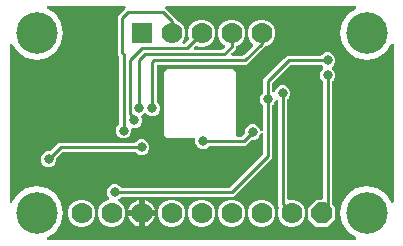
<source format=gbr>
G04 EAGLE Gerber RS-274X export*
G75*
%MOMM*%
%FSLAX34Y34*%
%LPD*%
%INBottom Copper*%
%IPPOS*%
%AMOC8*
5,1,8,0,0,1.08239X$1,22.5*%
G01*
%ADD10C,3.516000*%
%ADD11P,1.924489X8X292.500000*%
%ADD12C,1.778000*%
%ADD13R,1.778000X1.778000*%
%ADD14C,0.806400*%
%ADD15C,0.254000*%

G36*
X294900Y2554D02*
X294900Y2554D01*
X295004Y2558D01*
X295057Y2574D01*
X295111Y2581D01*
X295208Y2619D01*
X295309Y2649D01*
X295356Y2677D01*
X295407Y2698D01*
X295492Y2759D01*
X295581Y2813D01*
X295620Y2852D01*
X295665Y2884D01*
X295731Y2965D01*
X295804Y3039D01*
X295832Y3087D01*
X295867Y3129D01*
X295912Y3224D01*
X295964Y3314D01*
X295979Y3367D01*
X296003Y3417D01*
X296022Y3520D01*
X296051Y3620D01*
X296052Y3675D01*
X296063Y3729D01*
X296056Y3834D01*
X296059Y3938D01*
X296046Y3992D01*
X296043Y4047D01*
X296011Y4146D01*
X295987Y4248D01*
X295962Y4297D01*
X295945Y4349D01*
X295889Y4438D01*
X295841Y4530D01*
X295804Y4572D01*
X295775Y4618D01*
X295699Y4690D01*
X295629Y4768D01*
X295559Y4821D01*
X295543Y4836D01*
X295530Y4843D01*
X295501Y4865D01*
X288766Y9366D01*
X283850Y16722D01*
X282124Y25400D01*
X283850Y34078D01*
X288766Y41434D01*
X296122Y46350D01*
X304800Y48076D01*
X313478Y46350D01*
X320834Y41434D01*
X325335Y34699D01*
X325403Y34620D01*
X325464Y34535D01*
X325507Y34500D01*
X325543Y34459D01*
X325629Y34399D01*
X325709Y34333D01*
X325759Y34309D01*
X325805Y34278D01*
X325903Y34242D01*
X325997Y34197D01*
X326051Y34187D01*
X326103Y34168D01*
X326207Y34157D01*
X326310Y34137D01*
X326365Y34141D01*
X326419Y34135D01*
X326523Y34151D01*
X326627Y34157D01*
X326679Y34174D01*
X326734Y34182D01*
X326830Y34223D01*
X326929Y34255D01*
X326976Y34285D01*
X327027Y34306D01*
X327110Y34369D01*
X327198Y34425D01*
X327236Y34465D01*
X327280Y34499D01*
X327345Y34581D01*
X327416Y34657D01*
X327443Y34705D01*
X327477Y34748D01*
X327519Y34844D01*
X327570Y34935D01*
X327583Y34989D01*
X327606Y35039D01*
X327623Y35142D01*
X327649Y35243D01*
X327655Y35331D01*
X327658Y35353D01*
X327657Y35368D01*
X327659Y35404D01*
X327659Y167796D01*
X327646Y167900D01*
X327642Y168004D01*
X327626Y168057D01*
X327619Y168111D01*
X327581Y168208D01*
X327551Y168309D01*
X327523Y168356D01*
X327502Y168407D01*
X327441Y168492D01*
X327387Y168581D01*
X327348Y168620D01*
X327316Y168665D01*
X327235Y168731D01*
X327161Y168804D01*
X327113Y168832D01*
X327071Y168867D01*
X326976Y168912D01*
X326886Y168964D01*
X326833Y168979D01*
X326783Y169003D01*
X326680Y169022D01*
X326580Y169051D01*
X326525Y169052D01*
X326471Y169063D01*
X326366Y169056D01*
X326262Y169059D01*
X326208Y169046D01*
X326153Y169043D01*
X326054Y169011D01*
X325952Y168987D01*
X325903Y168962D01*
X325851Y168945D01*
X325762Y168889D01*
X325670Y168841D01*
X325628Y168804D01*
X325582Y168775D01*
X325510Y168699D01*
X325432Y168629D01*
X325379Y168559D01*
X325364Y168543D01*
X325357Y168530D01*
X325335Y168501D01*
X320834Y161766D01*
X313478Y156850D01*
X304800Y155124D01*
X296122Y156850D01*
X288766Y161766D01*
X283850Y169122D01*
X282124Y177800D01*
X283850Y186478D01*
X288766Y193834D01*
X295501Y198335D01*
X295580Y198403D01*
X295665Y198464D01*
X295700Y198507D01*
X295741Y198543D01*
X295801Y198629D01*
X295867Y198709D01*
X295891Y198759D01*
X295922Y198805D01*
X295958Y198903D01*
X296003Y198997D01*
X296013Y199051D01*
X296032Y199103D01*
X296043Y199207D01*
X296063Y199310D01*
X296059Y199365D01*
X296065Y199419D01*
X296049Y199523D01*
X296043Y199627D01*
X296026Y199679D01*
X296018Y199734D01*
X295977Y199830D01*
X295945Y199929D01*
X295915Y199976D01*
X295894Y200027D01*
X295831Y200110D01*
X295775Y200198D01*
X295735Y200236D01*
X295701Y200280D01*
X295619Y200345D01*
X295543Y200416D01*
X295495Y200443D01*
X295452Y200477D01*
X295356Y200519D01*
X295265Y200570D01*
X295211Y200583D01*
X295161Y200606D01*
X295058Y200623D01*
X294957Y200649D01*
X294869Y200655D01*
X294847Y200658D01*
X294832Y200657D01*
X294796Y200659D01*
X135454Y200659D01*
X135317Y200642D01*
X135178Y200629D01*
X135159Y200622D01*
X135139Y200619D01*
X135010Y200568D01*
X134879Y200521D01*
X134862Y200510D01*
X134843Y200502D01*
X134730Y200421D01*
X134615Y200343D01*
X134602Y200327D01*
X134586Y200316D01*
X134497Y200208D01*
X134405Y200104D01*
X134396Y200086D01*
X134383Y200071D01*
X134324Y199945D01*
X134260Y199821D01*
X134256Y199801D01*
X134247Y199783D01*
X134221Y199647D01*
X134191Y199511D01*
X134191Y199490D01*
X134187Y199471D01*
X134196Y199332D01*
X134200Y199193D01*
X134206Y199173D01*
X134207Y199153D01*
X134250Y199021D01*
X134289Y198887D01*
X134299Y198870D01*
X134305Y198851D01*
X134380Y198733D01*
X134450Y198613D01*
X134469Y198592D01*
X134475Y198582D01*
X134490Y198568D01*
X134557Y198493D01*
X140907Y192142D01*
X143511Y189538D01*
X143511Y189442D01*
X143514Y189413D01*
X143512Y189383D01*
X143534Y189255D01*
X143551Y189127D01*
X143561Y189099D01*
X143566Y189070D01*
X143620Y188952D01*
X143668Y188831D01*
X143685Y188807D01*
X143697Y188780D01*
X143778Y188679D01*
X143854Y188574D01*
X143877Y188555D01*
X143896Y188532D01*
X143999Y188454D01*
X144099Y188371D01*
X144126Y188358D01*
X144150Y188340D01*
X144294Y188270D01*
X146175Y187491D01*
X149391Y184275D01*
X151131Y180074D01*
X151131Y175526D01*
X149391Y171325D01*
X149143Y171078D01*
X149058Y170968D01*
X148969Y170861D01*
X148960Y170842D01*
X148948Y170826D01*
X148893Y170699D01*
X148834Y170573D01*
X148830Y170553D01*
X148822Y170534D01*
X148800Y170397D01*
X148774Y170260D01*
X148775Y170240D01*
X148772Y170220D01*
X148785Y170081D01*
X148794Y169943D01*
X148800Y169924D01*
X148802Y169904D01*
X148849Y169772D01*
X148892Y169641D01*
X148902Y169624D01*
X148909Y169604D01*
X148987Y169489D01*
X149062Y169372D01*
X149076Y169358D01*
X149088Y169341D01*
X149192Y169249D01*
X149293Y169154D01*
X149311Y169144D01*
X149326Y169131D01*
X149450Y169067D01*
X149572Y169000D01*
X149591Y168995D01*
X149609Y168986D01*
X149746Y168956D01*
X149880Y168921D01*
X149908Y168919D01*
X149920Y168916D01*
X149940Y168917D01*
X150040Y168911D01*
X150296Y168911D01*
X150394Y168923D01*
X150493Y168926D01*
X150551Y168943D01*
X150611Y168951D01*
X150703Y168987D01*
X150799Y169015D01*
X150851Y169045D01*
X150907Y169068D01*
X150987Y169126D01*
X151072Y169176D01*
X151148Y169242D01*
X151164Y169254D01*
X151172Y169264D01*
X151193Y169282D01*
X154173Y172262D01*
X154191Y172286D01*
X154214Y172305D01*
X154288Y172411D01*
X154368Y172514D01*
X154380Y172541D01*
X154397Y172565D01*
X154443Y172686D01*
X154494Y172805D01*
X154499Y172835D01*
X154510Y172862D01*
X154524Y172991D01*
X154544Y173120D01*
X154542Y173149D01*
X154545Y173178D01*
X154527Y173307D01*
X154514Y173436D01*
X154504Y173464D01*
X154500Y173493D01*
X154448Y173646D01*
X153669Y175526D01*
X153669Y180074D01*
X155409Y184275D01*
X158625Y187491D01*
X162826Y189231D01*
X167374Y189231D01*
X171575Y187491D01*
X174791Y184275D01*
X176531Y180074D01*
X176531Y175526D01*
X174791Y171325D01*
X171575Y168109D01*
X167374Y166369D01*
X162826Y166369D01*
X160946Y167148D01*
X160917Y167156D01*
X160891Y167170D01*
X160764Y167198D01*
X160639Y167232D01*
X160609Y167233D01*
X160580Y167239D01*
X160451Y167235D01*
X160321Y167237D01*
X160292Y167230D01*
X160263Y167230D01*
X160138Y167193D01*
X160012Y167163D01*
X159985Y167149D01*
X159957Y167141D01*
X159845Y167075D01*
X159730Y167014D01*
X159709Y166995D01*
X159683Y166980D01*
X159562Y166873D01*
X158687Y165997D01*
X158601Y165888D01*
X158513Y165781D01*
X158504Y165762D01*
X158492Y165746D01*
X158436Y165618D01*
X158377Y165493D01*
X158373Y165473D01*
X158365Y165454D01*
X158343Y165316D01*
X158317Y165180D01*
X158319Y165160D01*
X158316Y165140D01*
X158329Y165001D01*
X158337Y164863D01*
X158343Y164844D01*
X158345Y164824D01*
X158393Y164692D01*
X158435Y164561D01*
X158446Y164543D01*
X158453Y164524D01*
X158531Y164409D01*
X158605Y164292D01*
X158620Y164278D01*
X158632Y164261D01*
X158736Y164169D01*
X158837Y164074D01*
X158855Y164064D01*
X158870Y164051D01*
X158994Y163987D01*
X159116Y163920D01*
X159135Y163915D01*
X159153Y163906D01*
X159289Y163876D01*
X159423Y163841D01*
X159452Y163839D01*
X159463Y163836D01*
X159484Y163837D01*
X159584Y163831D01*
X182046Y163831D01*
X182144Y163843D01*
X182243Y163846D01*
X182301Y163863D01*
X182361Y163871D01*
X182453Y163907D01*
X182549Y163935D01*
X182601Y163965D01*
X182657Y163988D01*
X182737Y164046D01*
X182822Y164096D01*
X182898Y164162D01*
X182914Y164174D01*
X182922Y164184D01*
X182943Y164202D01*
X184680Y165939D01*
X184710Y165978D01*
X184747Y166012D01*
X184807Y166103D01*
X184875Y166190D01*
X184894Y166236D01*
X184922Y166277D01*
X184957Y166381D01*
X185001Y166482D01*
X185009Y166531D01*
X185025Y166578D01*
X185033Y166687D01*
X185051Y166796D01*
X185046Y166846D01*
X185050Y166895D01*
X185031Y167003D01*
X185021Y167113D01*
X185004Y167160D01*
X184996Y167208D01*
X184951Y167308D01*
X184913Y167412D01*
X184885Y167453D01*
X184865Y167498D01*
X184796Y167584D01*
X184735Y167675D01*
X184697Y167708D01*
X184666Y167747D01*
X184579Y167813D01*
X184496Y167886D01*
X184452Y167908D01*
X184412Y167938D01*
X184268Y168009D01*
X184025Y168110D01*
X180809Y171325D01*
X179069Y175526D01*
X179069Y180074D01*
X180809Y184275D01*
X184025Y187491D01*
X188226Y189231D01*
X192774Y189231D01*
X196975Y187491D01*
X200191Y184275D01*
X201931Y180074D01*
X201931Y175526D01*
X200191Y171325D01*
X196975Y168109D01*
X195094Y167330D01*
X195069Y167316D01*
X195041Y167307D01*
X194931Y167237D01*
X194818Y167173D01*
X194797Y167152D01*
X194772Y167137D01*
X194683Y167042D01*
X194590Y166952D01*
X194574Y166926D01*
X194554Y166905D01*
X194491Y166791D01*
X194423Y166681D01*
X194415Y166652D01*
X194400Y166626D01*
X194368Y166501D01*
X194330Y166377D01*
X194328Y166347D01*
X194321Y166319D01*
X194311Y166158D01*
X194311Y164792D01*
X191707Y162188D01*
X191707Y162187D01*
X190437Y160917D01*
X190352Y160808D01*
X190263Y160701D01*
X190254Y160682D01*
X190242Y160666D01*
X190186Y160539D01*
X190127Y160413D01*
X190123Y160393D01*
X190115Y160374D01*
X190093Y160236D01*
X190067Y160100D01*
X190069Y160080D01*
X190066Y160060D01*
X190079Y159921D01*
X190087Y159783D01*
X190093Y159764D01*
X190095Y159744D01*
X190143Y159612D01*
X190185Y159481D01*
X190196Y159463D01*
X190203Y159444D01*
X190281Y159329D01*
X190355Y159212D01*
X190370Y159198D01*
X190382Y159181D01*
X190486Y159089D01*
X190587Y158994D01*
X190605Y158984D01*
X190620Y158971D01*
X190744Y158907D01*
X190866Y158840D01*
X190885Y158835D01*
X190903Y158826D01*
X191039Y158796D01*
X191173Y158761D01*
X191202Y158759D01*
X191213Y158756D01*
X191234Y158757D01*
X191334Y158751D01*
X199826Y158751D01*
X199924Y158763D01*
X200023Y158766D01*
X200081Y158783D01*
X200141Y158791D01*
X200233Y158827D01*
X200329Y158855D01*
X200381Y158885D01*
X200437Y158908D01*
X200517Y158966D01*
X200602Y159016D01*
X200678Y159082D01*
X200694Y159094D01*
X200702Y159104D01*
X200723Y159122D01*
X208670Y167069D01*
X208743Y167164D01*
X208822Y167253D01*
X208840Y167289D01*
X208865Y167321D01*
X208912Y167430D01*
X208967Y167536D01*
X208975Y167575D01*
X208991Y167612D01*
X209010Y167730D01*
X209036Y167846D01*
X209035Y167887D01*
X209041Y167927D01*
X209030Y168045D01*
X209027Y168164D01*
X209015Y168203D01*
X209011Y168243D01*
X208971Y168355D01*
X208938Y168470D01*
X208918Y168504D01*
X208904Y168542D01*
X208837Y168641D01*
X208777Y168743D01*
X208737Y168789D01*
X208725Y168806D01*
X208710Y168819D01*
X208670Y168864D01*
X206209Y171325D01*
X204469Y175526D01*
X204469Y180074D01*
X206209Y184275D01*
X209425Y187491D01*
X213626Y189231D01*
X218174Y189231D01*
X222375Y187491D01*
X225591Y184275D01*
X227331Y180074D01*
X227331Y175526D01*
X225591Y171325D01*
X222375Y168109D01*
X219388Y166872D01*
X219380Y166868D01*
X219371Y166865D01*
X219241Y166788D01*
X219112Y166715D01*
X219105Y166708D01*
X219097Y166704D01*
X218976Y166597D01*
X203508Y151129D01*
X128270Y151129D01*
X128152Y151114D01*
X128033Y151107D01*
X127995Y151094D01*
X127954Y151089D01*
X127844Y151046D01*
X127731Y151009D01*
X127696Y150987D01*
X127659Y150972D01*
X127563Y150903D01*
X127462Y150839D01*
X127434Y150809D01*
X127401Y150786D01*
X127325Y150694D01*
X127244Y150607D01*
X127224Y150572D01*
X127199Y150541D01*
X127148Y150433D01*
X127090Y150329D01*
X127080Y150289D01*
X127063Y150253D01*
X127041Y150136D01*
X127011Y150021D01*
X127007Y149961D01*
X127003Y149941D01*
X127005Y149920D01*
X127001Y149860D01*
X127001Y120310D01*
X127013Y120212D01*
X127016Y120113D01*
X127033Y120055D01*
X127041Y119995D01*
X127077Y119903D01*
X127105Y119808D01*
X127135Y119755D01*
X127158Y119699D01*
X127216Y119619D01*
X127266Y119534D01*
X127332Y119458D01*
X127344Y119442D01*
X127354Y119434D01*
X127372Y119413D01*
X128762Y118023D01*
X129763Y115607D01*
X129763Y112993D01*
X128762Y110577D01*
X126913Y108728D01*
X124497Y107727D01*
X121883Y107727D01*
X119467Y108728D01*
X118373Y109822D01*
X118279Y109895D01*
X118189Y109974D01*
X118153Y109992D01*
X118121Y110017D01*
X118012Y110064D01*
X117906Y110119D01*
X117867Y110127D01*
X117829Y110144D01*
X117712Y110162D01*
X117596Y110188D01*
X117555Y110187D01*
X117515Y110193D01*
X117397Y110182D01*
X117278Y110179D01*
X117239Y110167D01*
X117199Y110164D01*
X117086Y110123D01*
X116972Y110090D01*
X116938Y110070D01*
X116899Y110056D01*
X116801Y109989D01*
X116698Y109929D01*
X116653Y109889D01*
X116636Y109877D01*
X116623Y109862D01*
X116578Y109822D01*
X115483Y108728D01*
X114676Y108394D01*
X114573Y108335D01*
X114466Y108282D01*
X114435Y108256D01*
X114400Y108236D01*
X114314Y108153D01*
X114224Y108076D01*
X114201Y108043D01*
X114172Y108015D01*
X114109Y107913D01*
X114041Y107816D01*
X114026Y107778D01*
X114005Y107744D01*
X113970Y107630D01*
X113928Y107519D01*
X113924Y107478D01*
X113912Y107440D01*
X113906Y107321D01*
X113893Y107203D01*
X113898Y107163D01*
X113896Y107122D01*
X113921Y107005D01*
X113937Y106888D01*
X113957Y106831D01*
X113961Y106811D01*
X113970Y106792D01*
X113989Y106735D01*
X114523Y105447D01*
X114523Y102833D01*
X113522Y100417D01*
X111673Y98568D01*
X109257Y97567D01*
X106902Y97567D01*
X106784Y97552D01*
X106665Y97545D01*
X106627Y97532D01*
X106586Y97527D01*
X106476Y97484D01*
X106363Y97447D01*
X106328Y97425D01*
X106291Y97410D01*
X106195Y97341D01*
X106094Y97277D01*
X106066Y97247D01*
X106033Y97224D01*
X105957Y97132D01*
X105876Y97045D01*
X105856Y97010D01*
X105831Y96979D01*
X105780Y96871D01*
X105722Y96767D01*
X105712Y96727D01*
X105695Y96691D01*
X105673Y96574D01*
X105643Y96459D01*
X105639Y96399D01*
X105635Y96379D01*
X105637Y96358D01*
X105633Y96298D01*
X105633Y93943D01*
X104632Y91527D01*
X102783Y89678D01*
X100367Y88677D01*
X97753Y88677D01*
X95337Y89678D01*
X93488Y91527D01*
X92487Y93943D01*
X92487Y96557D01*
X93488Y98973D01*
X94878Y100363D01*
X94938Y100441D01*
X95006Y100513D01*
X95035Y100566D01*
X95072Y100614D01*
X95112Y100705D01*
X95160Y100792D01*
X95175Y100850D01*
X95199Y100906D01*
X95214Y101004D01*
X95239Y101100D01*
X95245Y101200D01*
X95249Y101220D01*
X95247Y101232D01*
X95249Y101260D01*
X95249Y157916D01*
X95237Y158014D01*
X95234Y158113D01*
X95217Y158171D01*
X95209Y158231D01*
X95173Y158323D01*
X95145Y158419D01*
X95115Y158471D01*
X95092Y158527D01*
X95034Y158607D01*
X94984Y158692D01*
X94918Y158768D01*
X94906Y158784D01*
X94896Y158792D01*
X94878Y158813D01*
X93979Y159712D01*
X93979Y192078D01*
X98688Y196787D01*
X100393Y198493D01*
X100479Y198602D01*
X100567Y198709D01*
X100576Y198728D01*
X100588Y198744D01*
X100644Y198872D01*
X100703Y198997D01*
X100707Y199017D01*
X100715Y199036D01*
X100737Y199174D01*
X100763Y199310D01*
X100761Y199330D01*
X100764Y199350D01*
X100751Y199489D01*
X100743Y199627D01*
X100737Y199646D01*
X100735Y199666D01*
X100687Y199798D01*
X100645Y199929D01*
X100634Y199947D01*
X100627Y199966D01*
X100549Y200081D01*
X100475Y200198D01*
X100460Y200212D01*
X100448Y200229D01*
X100344Y200321D01*
X100243Y200416D01*
X100225Y200426D01*
X100210Y200439D01*
X100086Y200503D01*
X99964Y200570D01*
X99945Y200575D01*
X99927Y200584D01*
X99791Y200614D01*
X99657Y200649D01*
X99628Y200651D01*
X99617Y200654D01*
X99596Y200653D01*
X99496Y200659D01*
X35404Y200659D01*
X35300Y200646D01*
X35196Y200642D01*
X35143Y200626D01*
X35089Y200619D01*
X34992Y200581D01*
X34891Y200551D01*
X34844Y200523D01*
X34793Y200502D01*
X34708Y200441D01*
X34619Y200387D01*
X34580Y200348D01*
X34535Y200316D01*
X34469Y200235D01*
X34396Y200161D01*
X34368Y200113D01*
X34333Y200071D01*
X34288Y199976D01*
X34236Y199886D01*
X34221Y199833D01*
X34197Y199783D01*
X34178Y199680D01*
X34149Y199580D01*
X34148Y199525D01*
X34137Y199471D01*
X34144Y199366D01*
X34141Y199262D01*
X34154Y199208D01*
X34157Y199153D01*
X34189Y199054D01*
X34213Y198952D01*
X34238Y198903D01*
X34255Y198851D01*
X34311Y198762D01*
X34359Y198670D01*
X34396Y198628D01*
X34425Y198582D01*
X34501Y198510D01*
X34571Y198432D01*
X34641Y198379D01*
X34657Y198364D01*
X34670Y198357D01*
X34699Y198335D01*
X41434Y193834D01*
X46350Y186478D01*
X48076Y177800D01*
X46350Y169122D01*
X41434Y161766D01*
X34078Y156850D01*
X25400Y155124D01*
X16722Y156850D01*
X9366Y161766D01*
X4865Y168501D01*
X4797Y168580D01*
X4736Y168665D01*
X4693Y168700D01*
X4657Y168741D01*
X4571Y168801D01*
X4491Y168867D01*
X4441Y168891D01*
X4395Y168922D01*
X4297Y168958D01*
X4203Y169003D01*
X4149Y169013D01*
X4097Y169032D01*
X3993Y169043D01*
X3890Y169063D01*
X3835Y169059D01*
X3781Y169065D01*
X3677Y169049D01*
X3573Y169043D01*
X3521Y169026D01*
X3466Y169018D01*
X3370Y168977D01*
X3271Y168945D01*
X3224Y168915D01*
X3173Y168894D01*
X3090Y168831D01*
X3002Y168775D01*
X2964Y168735D01*
X2920Y168701D01*
X2855Y168619D01*
X2784Y168543D01*
X2757Y168495D01*
X2723Y168452D01*
X2681Y168356D01*
X2630Y168265D01*
X2617Y168211D01*
X2594Y168161D01*
X2577Y168058D01*
X2551Y167957D01*
X2545Y167869D01*
X2542Y167847D01*
X2543Y167832D01*
X2541Y167796D01*
X2541Y35404D01*
X2554Y35300D01*
X2558Y35196D01*
X2574Y35143D01*
X2581Y35089D01*
X2619Y34992D01*
X2649Y34891D01*
X2677Y34844D01*
X2698Y34793D01*
X2759Y34708D01*
X2813Y34619D01*
X2852Y34580D01*
X2884Y34535D01*
X2965Y34469D01*
X3039Y34396D01*
X3087Y34368D01*
X3129Y34333D01*
X3224Y34288D01*
X3314Y34236D01*
X3367Y34221D01*
X3417Y34197D01*
X3520Y34178D01*
X3620Y34149D01*
X3675Y34148D01*
X3729Y34137D01*
X3834Y34144D01*
X3938Y34141D01*
X3992Y34154D01*
X4047Y34157D01*
X4146Y34189D01*
X4248Y34213D01*
X4297Y34238D01*
X4349Y34255D01*
X4438Y34311D01*
X4530Y34359D01*
X4572Y34396D01*
X4618Y34425D01*
X4690Y34501D01*
X4768Y34571D01*
X4821Y34641D01*
X4836Y34657D01*
X4843Y34670D01*
X4865Y34699D01*
X9366Y41434D01*
X16722Y46350D01*
X25400Y48076D01*
X34078Y46350D01*
X41434Y41434D01*
X46350Y34078D01*
X48076Y25400D01*
X46350Y16722D01*
X41434Y9366D01*
X34699Y4865D01*
X34620Y4797D01*
X34535Y4736D01*
X34500Y4693D01*
X34459Y4657D01*
X34399Y4571D01*
X34333Y4491D01*
X34309Y4441D01*
X34278Y4395D01*
X34242Y4297D01*
X34197Y4203D01*
X34187Y4149D01*
X34168Y4097D01*
X34157Y3993D01*
X34137Y3890D01*
X34141Y3835D01*
X34135Y3781D01*
X34151Y3677D01*
X34157Y3573D01*
X34174Y3521D01*
X34182Y3466D01*
X34223Y3370D01*
X34255Y3271D01*
X34285Y3224D01*
X34306Y3173D01*
X34369Y3090D01*
X34425Y3002D01*
X34465Y2964D01*
X34499Y2920D01*
X34581Y2855D01*
X34657Y2784D01*
X34705Y2757D01*
X34748Y2723D01*
X34844Y2681D01*
X34935Y2630D01*
X34989Y2617D01*
X35039Y2594D01*
X35142Y2577D01*
X35243Y2551D01*
X35331Y2545D01*
X35353Y2542D01*
X35368Y2543D01*
X35404Y2541D01*
X294796Y2541D01*
X294900Y2554D01*
G37*
%LPC*%
G36*
X86626Y13969D02*
X86626Y13969D01*
X82425Y15709D01*
X79209Y18925D01*
X77469Y23126D01*
X77469Y27674D01*
X79209Y31875D01*
X82425Y35091D01*
X86192Y36651D01*
X86235Y36675D01*
X86282Y36692D01*
X86373Y36754D01*
X86468Y36808D01*
X86504Y36843D01*
X86545Y36871D01*
X86618Y36953D01*
X86697Y37030D01*
X86723Y37072D01*
X86756Y37109D01*
X86805Y37207D01*
X86863Y37301D01*
X86878Y37348D01*
X86900Y37393D01*
X86924Y37500D01*
X86957Y37605D01*
X86959Y37654D01*
X86970Y37703D01*
X86966Y37813D01*
X86972Y37922D01*
X86962Y37971D01*
X86960Y38021D01*
X86930Y38126D01*
X86907Y38234D01*
X86886Y38279D01*
X86872Y38326D01*
X86816Y38421D01*
X86768Y38520D01*
X86735Y38557D01*
X86710Y38600D01*
X86604Y38721D01*
X85868Y39457D01*
X84867Y41873D01*
X84867Y44487D01*
X85868Y46903D01*
X87717Y48752D01*
X90133Y49753D01*
X92747Y49753D01*
X95163Y48752D01*
X96553Y47362D01*
X96631Y47302D01*
X96703Y47234D01*
X96756Y47205D01*
X96804Y47168D01*
X96895Y47128D01*
X96982Y47080D01*
X97040Y47065D01*
X97096Y47041D01*
X97194Y47026D01*
X97290Y47001D01*
X97390Y46995D01*
X97410Y46991D01*
X97422Y46993D01*
X97450Y46991D01*
X188396Y46991D01*
X188494Y47003D01*
X188593Y47006D01*
X188651Y47023D01*
X188711Y47031D01*
X188803Y47067D01*
X188899Y47095D01*
X188951Y47125D01*
X189007Y47148D01*
X189087Y47206D01*
X189172Y47256D01*
X189248Y47322D01*
X189264Y47334D01*
X189272Y47344D01*
X189293Y47362D01*
X216798Y74867D01*
X216858Y74945D01*
X216926Y75017D01*
X216955Y75070D01*
X216992Y75118D01*
X217032Y75209D01*
X217080Y75296D01*
X217095Y75354D01*
X217119Y75410D01*
X217134Y75508D01*
X217159Y75604D01*
X217165Y75704D01*
X217169Y75724D01*
X217167Y75736D01*
X217169Y75764D01*
X217169Y91884D01*
X217161Y91953D01*
X217162Y92023D01*
X217141Y92111D01*
X217129Y92200D01*
X217104Y92265D01*
X217087Y92333D01*
X217045Y92412D01*
X217012Y92496D01*
X216971Y92552D01*
X216939Y92614D01*
X216878Y92680D01*
X216826Y92753D01*
X216772Y92797D01*
X216725Y92849D01*
X216650Y92898D01*
X216581Y92956D01*
X216517Y92985D01*
X216459Y93024D01*
X216374Y93053D01*
X216293Y93091D01*
X216224Y93104D01*
X216158Y93127D01*
X216069Y93134D01*
X215981Y93151D01*
X215911Y93147D01*
X215841Y93152D01*
X215753Y93137D01*
X215663Y93131D01*
X215597Y93110D01*
X215528Y93098D01*
X215446Y93061D01*
X215361Y93033D01*
X215302Y92996D01*
X215238Y92967D01*
X215168Y92911D01*
X215092Y92863D01*
X215044Y92812D01*
X214990Y92769D01*
X214935Y92697D01*
X214874Y92631D01*
X214840Y92570D01*
X214798Y92515D01*
X214727Y92370D01*
X213852Y90257D01*
X212003Y88408D01*
X209587Y87407D01*
X207622Y87407D01*
X207524Y87395D01*
X207425Y87392D01*
X207367Y87375D01*
X207307Y87367D01*
X207215Y87331D01*
X207119Y87303D01*
X207067Y87273D01*
X207011Y87250D01*
X206931Y87192D01*
X206846Y87142D01*
X206770Y87076D01*
X206754Y87064D01*
X206746Y87054D01*
X206725Y87036D01*
X202238Y82549D01*
X172380Y82549D01*
X172282Y82537D01*
X172183Y82534D01*
X172125Y82517D01*
X172065Y82509D01*
X171973Y82473D01*
X171878Y82445D01*
X171825Y82415D01*
X171769Y82392D01*
X171689Y82334D01*
X171604Y82284D01*
X171528Y82218D01*
X171512Y82206D01*
X171504Y82196D01*
X171483Y82178D01*
X170093Y80788D01*
X167677Y79787D01*
X165063Y79787D01*
X162647Y80788D01*
X160798Y82637D01*
X159797Y85053D01*
X159797Y87630D01*
X159782Y87748D01*
X159775Y87867D01*
X159762Y87905D01*
X159757Y87946D01*
X159714Y88056D01*
X159677Y88169D01*
X159655Y88204D01*
X159640Y88241D01*
X159571Y88337D01*
X159507Y88438D01*
X159477Y88466D01*
X159454Y88499D01*
X159362Y88575D01*
X159275Y88656D01*
X159240Y88676D01*
X159209Y88701D01*
X159101Y88752D01*
X158997Y88810D01*
X158957Y88820D01*
X158921Y88837D01*
X158804Y88859D01*
X158689Y88889D01*
X158629Y88893D01*
X158609Y88897D01*
X158588Y88895D01*
X158528Y88899D01*
X135582Y88899D01*
X133349Y91132D01*
X133349Y145088D01*
X135582Y147321D01*
X192078Y147321D01*
X194311Y145088D01*
X194311Y91440D01*
X194326Y91322D01*
X194333Y91203D01*
X194346Y91165D01*
X194351Y91124D01*
X194394Y91014D01*
X194431Y90901D01*
X194453Y90866D01*
X194468Y90829D01*
X194537Y90733D01*
X194601Y90632D01*
X194631Y90604D01*
X194654Y90571D01*
X194746Y90495D01*
X194833Y90414D01*
X194868Y90394D01*
X194899Y90369D01*
X195007Y90318D01*
X195111Y90260D01*
X195151Y90250D01*
X195187Y90233D01*
X195304Y90211D01*
X195419Y90181D01*
X195479Y90177D01*
X195499Y90173D01*
X195520Y90175D01*
X195580Y90171D01*
X198556Y90171D01*
X198654Y90183D01*
X198753Y90186D01*
X198811Y90203D01*
X198871Y90211D01*
X198963Y90247D01*
X199059Y90275D01*
X199111Y90305D01*
X199167Y90328D01*
X199247Y90386D01*
X199332Y90436D01*
X199408Y90502D01*
X199424Y90514D01*
X199432Y90524D01*
X199453Y90542D01*
X201336Y92425D01*
X201396Y92503D01*
X201464Y92575D01*
X201493Y92628D01*
X201530Y92676D01*
X201570Y92767D01*
X201618Y92854D01*
X201633Y92912D01*
X201657Y92968D01*
X201672Y93066D01*
X201697Y93162D01*
X201703Y93262D01*
X201707Y93282D01*
X201705Y93294D01*
X201707Y93322D01*
X201707Y95287D01*
X202708Y97703D01*
X204557Y99552D01*
X206973Y100553D01*
X209587Y100553D01*
X212003Y99552D01*
X213852Y97703D01*
X214727Y95590D01*
X214762Y95529D01*
X214788Y95464D01*
X214840Y95392D01*
X214885Y95314D01*
X214933Y95264D01*
X214974Y95207D01*
X215044Y95150D01*
X215106Y95085D01*
X215166Y95049D01*
X215219Y95004D01*
X215301Y94966D01*
X215377Y94919D01*
X215444Y94899D01*
X215507Y94869D01*
X215595Y94852D01*
X215681Y94825D01*
X215751Y94822D01*
X215820Y94809D01*
X215909Y94815D01*
X215999Y94810D01*
X216067Y94824D01*
X216137Y94829D01*
X216222Y94856D01*
X216310Y94875D01*
X216373Y94905D01*
X216439Y94927D01*
X216515Y94975D01*
X216596Y95014D01*
X216649Y95060D01*
X216708Y95097D01*
X216770Y95162D01*
X216838Y95221D01*
X216878Y95278D01*
X216926Y95329D01*
X216969Y95407D01*
X217021Y95481D01*
X217046Y95546D01*
X217080Y95607D01*
X217102Y95694D01*
X217134Y95778D01*
X217142Y95848D01*
X217159Y95915D01*
X217169Y96076D01*
X217169Y115910D01*
X217157Y116008D01*
X217154Y116107D01*
X217137Y116165D01*
X217129Y116225D01*
X217093Y116317D01*
X217065Y116412D01*
X217035Y116465D01*
X217012Y116521D01*
X216954Y116601D01*
X216904Y116686D01*
X216838Y116762D01*
X216826Y116778D01*
X216816Y116786D01*
X216798Y116807D01*
X215408Y118197D01*
X214407Y120613D01*
X214407Y123227D01*
X215408Y125643D01*
X216798Y127033D01*
X216858Y127111D01*
X216926Y127183D01*
X216955Y127236D01*
X216992Y127284D01*
X217032Y127375D01*
X217080Y127462D01*
X217095Y127520D01*
X217119Y127576D01*
X217134Y127674D01*
X217159Y127770D01*
X217165Y127870D01*
X217169Y127890D01*
X217167Y127902D01*
X217169Y127930D01*
X217169Y138738D01*
X219773Y141342D01*
X234578Y156147D01*
X237182Y158751D01*
X265770Y158751D01*
X265868Y158763D01*
X265967Y158766D01*
X266025Y158783D01*
X266085Y158791D01*
X266177Y158827D01*
X266272Y158855D01*
X266325Y158885D01*
X266381Y158908D01*
X266461Y158966D01*
X266546Y159016D01*
X266622Y159082D01*
X266638Y159094D01*
X266646Y159104D01*
X266667Y159122D01*
X268057Y160512D01*
X270473Y161513D01*
X273087Y161513D01*
X275503Y160512D01*
X277352Y158663D01*
X278353Y156247D01*
X278353Y153633D01*
X277352Y151217D01*
X275623Y149487D01*
X275550Y149393D01*
X275471Y149304D01*
X275453Y149268D01*
X275428Y149236D01*
X275380Y149127D01*
X275326Y149021D01*
X275318Y148982D01*
X275301Y148944D01*
X275283Y148827D01*
X275257Y148711D01*
X275258Y148670D01*
X275252Y148630D01*
X275263Y148512D01*
X275266Y148393D01*
X275278Y148354D01*
X275281Y148314D01*
X275322Y148202D01*
X275355Y148087D01*
X275375Y148052D01*
X275389Y148014D01*
X275456Y147916D01*
X275516Y147813D01*
X275556Y147768D01*
X275568Y147751D01*
X275583Y147738D01*
X275623Y147692D01*
X277352Y145963D01*
X278353Y143547D01*
X278353Y140933D01*
X277352Y138517D01*
X275962Y137127D01*
X275902Y137049D01*
X275834Y136977D01*
X275805Y136924D01*
X275768Y136876D01*
X275728Y136785D01*
X275680Y136698D01*
X275665Y136640D01*
X275641Y136584D01*
X275626Y136486D01*
X275601Y136390D01*
X275595Y136290D01*
X275591Y136270D01*
X275593Y136258D01*
X275591Y136230D01*
X275591Y33200D01*
X275603Y33102D01*
X275606Y33003D01*
X275623Y32945D01*
X275631Y32885D01*
X275667Y32793D01*
X275695Y32698D01*
X275725Y32646D01*
X275748Y32589D01*
X275806Y32509D01*
X275856Y32424D01*
X275922Y32348D01*
X275934Y32332D01*
X275944Y32324D01*
X275962Y32303D01*
X278131Y30135D01*
X278131Y20665D01*
X271435Y13969D01*
X261965Y13969D01*
X255269Y20665D01*
X255269Y30135D01*
X261965Y36831D01*
X266700Y36831D01*
X266818Y36846D01*
X266937Y36853D01*
X266975Y36866D01*
X267016Y36871D01*
X267126Y36914D01*
X267239Y36951D01*
X267274Y36973D01*
X267311Y36988D01*
X267407Y37057D01*
X267508Y37121D01*
X267536Y37151D01*
X267569Y37174D01*
X267645Y37266D01*
X267726Y37353D01*
X267746Y37388D01*
X267771Y37419D01*
X267822Y37527D01*
X267880Y37631D01*
X267890Y37671D01*
X267907Y37707D01*
X267929Y37824D01*
X267959Y37939D01*
X267963Y37999D01*
X267967Y38019D01*
X267965Y38040D01*
X267969Y38100D01*
X267969Y136230D01*
X267957Y136328D01*
X267954Y136427D01*
X267937Y136485D01*
X267929Y136545D01*
X267893Y136637D01*
X267865Y136732D01*
X267835Y136785D01*
X267812Y136841D01*
X267754Y136921D01*
X267704Y137006D01*
X267638Y137082D01*
X267626Y137098D01*
X267616Y137106D01*
X267598Y137127D01*
X266208Y138517D01*
X265207Y140933D01*
X265207Y143547D01*
X266208Y145963D01*
X267937Y147692D01*
X268010Y147787D01*
X268089Y147876D01*
X268107Y147912D01*
X268132Y147944D01*
X268180Y148053D01*
X268234Y148159D01*
X268242Y148198D01*
X268259Y148236D01*
X268277Y148353D01*
X268303Y148469D01*
X268302Y148510D01*
X268308Y148550D01*
X268297Y148668D01*
X268294Y148787D01*
X268282Y148826D01*
X268279Y148866D01*
X268238Y148979D01*
X268205Y149093D01*
X268185Y149127D01*
X268171Y149166D01*
X268104Y149264D01*
X268044Y149367D01*
X268004Y149412D01*
X267992Y149429D01*
X267977Y149442D01*
X267937Y149487D01*
X266667Y150758D01*
X266589Y150818D01*
X266517Y150886D01*
X266464Y150915D01*
X266416Y150952D01*
X266325Y150992D01*
X266238Y151040D01*
X266180Y151055D01*
X266124Y151079D01*
X266026Y151094D01*
X265930Y151119D01*
X265830Y151125D01*
X265810Y151129D01*
X265798Y151127D01*
X265770Y151129D01*
X240864Y151129D01*
X240766Y151117D01*
X240667Y151114D01*
X240609Y151097D01*
X240549Y151089D01*
X240457Y151053D01*
X240361Y151025D01*
X240309Y150995D01*
X240253Y150972D01*
X240173Y150914D01*
X240088Y150864D01*
X240012Y150798D01*
X239996Y150786D01*
X239988Y150776D01*
X239967Y150758D01*
X225162Y135953D01*
X225102Y135875D01*
X225034Y135803D01*
X225005Y135750D01*
X224968Y135702D01*
X224928Y135611D01*
X224880Y135524D01*
X224865Y135466D01*
X224841Y135410D01*
X224826Y135312D01*
X224801Y135217D01*
X224795Y135116D01*
X224791Y135096D01*
X224793Y135084D01*
X224791Y135056D01*
X224791Y129096D01*
X224799Y129027D01*
X224798Y128957D01*
X224819Y128869D01*
X224831Y128780D01*
X224856Y128715D01*
X224873Y128647D01*
X224915Y128568D01*
X224948Y128484D01*
X224989Y128428D01*
X225021Y128366D01*
X225082Y128300D01*
X225134Y128227D01*
X225188Y128183D01*
X225235Y128131D01*
X225310Y128082D01*
X225379Y128024D01*
X225443Y127995D01*
X225501Y127956D01*
X225586Y127927D01*
X225667Y127889D01*
X225736Y127876D01*
X225802Y127853D01*
X225891Y127846D01*
X225979Y127829D01*
X226049Y127833D01*
X226119Y127828D01*
X226207Y127843D01*
X226297Y127849D01*
X226363Y127870D01*
X226432Y127882D01*
X226514Y127919D01*
X226599Y127947D01*
X226658Y127984D01*
X226722Y128013D01*
X226792Y128069D01*
X226868Y128117D01*
X226916Y128168D01*
X226970Y128211D01*
X227025Y128283D01*
X227086Y128349D01*
X227120Y128410D01*
X227162Y128465D01*
X227233Y128610D01*
X228108Y130723D01*
X229957Y132572D01*
X232373Y133573D01*
X234987Y133573D01*
X237403Y132572D01*
X239252Y130723D01*
X240253Y128307D01*
X240253Y125693D01*
X239252Y123277D01*
X237862Y121887D01*
X237802Y121809D01*
X237734Y121737D01*
X237705Y121684D01*
X237668Y121636D01*
X237628Y121545D01*
X237580Y121458D01*
X237565Y121400D01*
X237541Y121344D01*
X237526Y121246D01*
X237501Y121150D01*
X237495Y121050D01*
X237491Y121030D01*
X237493Y121018D01*
X237491Y120990D01*
X237491Y38094D01*
X237497Y38044D01*
X237495Y37993D01*
X237517Y37887D01*
X237531Y37779D01*
X237549Y37731D01*
X237560Y37682D01*
X237608Y37584D01*
X237648Y37483D01*
X237677Y37442D01*
X237700Y37396D01*
X237771Y37314D01*
X237834Y37226D01*
X237874Y37193D01*
X237907Y37155D01*
X237996Y37092D01*
X238079Y37023D01*
X238125Y37001D01*
X238167Y36972D01*
X238269Y36934D01*
X238367Y36887D01*
X238417Y36878D01*
X238465Y36860D01*
X238573Y36848D01*
X238679Y36828D01*
X238730Y36831D01*
X238781Y36825D01*
X238820Y36831D01*
X243574Y36831D01*
X247775Y35091D01*
X250991Y31875D01*
X252731Y27674D01*
X252731Y23126D01*
X250991Y18925D01*
X247775Y15709D01*
X243574Y13969D01*
X239026Y13969D01*
X234825Y15709D01*
X231609Y18925D01*
X229869Y23126D01*
X229869Y27674D01*
X230648Y29554D01*
X230656Y29583D01*
X230670Y29609D01*
X230698Y29736D01*
X230732Y29861D01*
X230733Y29891D01*
X230739Y29920D01*
X230735Y30049D01*
X230737Y30179D01*
X230730Y30208D01*
X230730Y30237D01*
X230693Y30362D01*
X230663Y30488D01*
X230649Y30515D01*
X230641Y30543D01*
X230575Y30655D01*
X230514Y30770D01*
X230495Y30791D01*
X230480Y30817D01*
X230373Y30938D01*
X229869Y31442D01*
X229869Y119824D01*
X229861Y119893D01*
X229862Y119963D01*
X229841Y120051D01*
X229829Y120140D01*
X229804Y120205D01*
X229787Y120273D01*
X229745Y120352D01*
X229712Y120436D01*
X229671Y120492D01*
X229639Y120554D01*
X229578Y120620D01*
X229526Y120693D01*
X229472Y120737D01*
X229425Y120789D01*
X229350Y120838D01*
X229281Y120896D01*
X229217Y120925D01*
X229159Y120964D01*
X229074Y120993D01*
X228993Y121031D01*
X228924Y121044D01*
X228858Y121067D01*
X228769Y121074D01*
X228681Y121091D01*
X228611Y121087D01*
X228541Y121092D01*
X228453Y121077D01*
X228363Y121071D01*
X228297Y121050D01*
X228228Y121038D01*
X228146Y121001D01*
X228061Y120973D01*
X228002Y120936D01*
X227938Y120907D01*
X227868Y120851D01*
X227792Y120803D01*
X227744Y120752D01*
X227690Y120709D01*
X227635Y120637D01*
X227574Y120571D01*
X227540Y120510D01*
X227498Y120455D01*
X227427Y120310D01*
X226552Y118197D01*
X225162Y116807D01*
X225102Y116729D01*
X225034Y116657D01*
X225005Y116604D01*
X224968Y116556D01*
X224928Y116465D01*
X224880Y116378D01*
X224865Y116320D01*
X224841Y116264D01*
X224826Y116166D01*
X224801Y116070D01*
X224795Y115970D01*
X224791Y115950D01*
X224793Y115938D01*
X224791Y115910D01*
X224791Y72082D01*
X192078Y39369D01*
X97450Y39369D01*
X97352Y39357D01*
X97253Y39354D01*
X97195Y39337D01*
X97135Y39329D01*
X97043Y39293D01*
X96947Y39265D01*
X96895Y39235D01*
X96839Y39212D01*
X96759Y39154D01*
X96674Y39104D01*
X96598Y39038D01*
X96582Y39026D01*
X96574Y39016D01*
X96562Y39006D01*
X96561Y39005D01*
X96553Y38998D01*
X95163Y37608D01*
X95061Y37566D01*
X94940Y37497D01*
X94818Y37432D01*
X94803Y37418D01*
X94785Y37408D01*
X94685Y37311D01*
X94582Y37218D01*
X94571Y37201D01*
X94557Y37187D01*
X94484Y37068D01*
X94408Y36952D01*
X94401Y36933D01*
X94390Y36916D01*
X94349Y36783D01*
X94304Y36651D01*
X94303Y36631D01*
X94297Y36612D01*
X94290Y36472D01*
X94279Y36334D01*
X94283Y36315D01*
X94282Y36294D01*
X94310Y36158D01*
X94333Y36021D01*
X94342Y36002D01*
X94346Y35983D01*
X94407Y35858D01*
X94464Y35731D01*
X94477Y35715D01*
X94486Y35697D01*
X94576Y35591D01*
X94663Y35483D01*
X94679Y35470D01*
X94692Y35455D01*
X94806Y35375D01*
X94917Y35291D01*
X94942Y35279D01*
X94952Y35272D01*
X94971Y35265D01*
X95061Y35220D01*
X95375Y35090D01*
X98591Y31875D01*
X100331Y27674D01*
X100331Y23126D01*
X98591Y18925D01*
X95375Y15709D01*
X91174Y13969D01*
X86626Y13969D01*
G37*
%LPD*%
%LPC*%
G36*
X34253Y64547D02*
X34253Y64547D01*
X31837Y65548D01*
X29988Y67397D01*
X28987Y69813D01*
X28987Y72427D01*
X29988Y74843D01*
X31837Y76692D01*
X34253Y77693D01*
X36218Y77693D01*
X36316Y77705D01*
X36415Y77708D01*
X36473Y77725D01*
X36533Y77733D01*
X36625Y77769D01*
X36721Y77797D01*
X36773Y77827D01*
X36829Y77850D01*
X36909Y77908D01*
X36994Y77958D01*
X37070Y78024D01*
X37086Y78036D01*
X37094Y78046D01*
X37115Y78064D01*
X44142Y85091D01*
X108290Y85091D01*
X108388Y85103D01*
X108487Y85106D01*
X108545Y85123D01*
X108605Y85131D01*
X108697Y85167D01*
X108792Y85195D01*
X108845Y85225D01*
X108901Y85248D01*
X108981Y85306D01*
X109066Y85356D01*
X109142Y85422D01*
X109158Y85434D01*
X109166Y85444D01*
X109187Y85462D01*
X110577Y86852D01*
X112993Y87853D01*
X115607Y87853D01*
X118023Y86852D01*
X119872Y85003D01*
X120873Y82587D01*
X120873Y79973D01*
X119872Y77557D01*
X118023Y75708D01*
X115607Y74707D01*
X112993Y74707D01*
X110577Y75708D01*
X109187Y77098D01*
X109109Y77158D01*
X109037Y77226D01*
X108984Y77255D01*
X108936Y77292D01*
X108845Y77332D01*
X108758Y77380D01*
X108700Y77395D01*
X108644Y77419D01*
X108546Y77434D01*
X108450Y77459D01*
X108350Y77465D01*
X108330Y77469D01*
X108318Y77467D01*
X108290Y77469D01*
X47824Y77469D01*
X47726Y77457D01*
X47627Y77454D01*
X47569Y77437D01*
X47509Y77429D01*
X47417Y77393D01*
X47321Y77365D01*
X47269Y77335D01*
X47213Y77312D01*
X47133Y77254D01*
X47048Y77204D01*
X46972Y77138D01*
X46956Y77126D01*
X46948Y77116D01*
X46927Y77098D01*
X42504Y72675D01*
X42444Y72597D01*
X42376Y72525D01*
X42347Y72472D01*
X42310Y72424D01*
X42270Y72333D01*
X42222Y72246D01*
X42207Y72188D01*
X42183Y72132D01*
X42168Y72034D01*
X42143Y71938D01*
X42137Y71838D01*
X42133Y71818D01*
X42135Y71806D01*
X42133Y71778D01*
X42133Y69813D01*
X41132Y67397D01*
X39283Y65548D01*
X36867Y64547D01*
X34253Y64547D01*
G37*
%LPD*%
%LPC*%
G36*
X213626Y13969D02*
X213626Y13969D01*
X209425Y15709D01*
X206209Y18925D01*
X204469Y23126D01*
X204469Y27674D01*
X206209Y31875D01*
X209425Y35091D01*
X213626Y36831D01*
X218174Y36831D01*
X222375Y35091D01*
X225591Y31875D01*
X227331Y27674D01*
X227331Y23126D01*
X225591Y18925D01*
X222375Y15709D01*
X218174Y13969D01*
X213626Y13969D01*
G37*
%LPD*%
%LPC*%
G36*
X188226Y13969D02*
X188226Y13969D01*
X184025Y15709D01*
X180809Y18925D01*
X179069Y23126D01*
X179069Y27674D01*
X180809Y31875D01*
X184025Y35091D01*
X188226Y36831D01*
X192774Y36831D01*
X196975Y35091D01*
X200191Y31875D01*
X201931Y27674D01*
X201931Y23126D01*
X200191Y18925D01*
X196975Y15709D01*
X192774Y13969D01*
X188226Y13969D01*
G37*
%LPD*%
%LPC*%
G36*
X162826Y13969D02*
X162826Y13969D01*
X158625Y15709D01*
X155409Y18925D01*
X153669Y23126D01*
X153669Y27674D01*
X155409Y31875D01*
X158625Y35091D01*
X162826Y36831D01*
X167374Y36831D01*
X171575Y35091D01*
X174791Y31875D01*
X176531Y27674D01*
X176531Y23126D01*
X174791Y18925D01*
X171575Y15709D01*
X167374Y13969D01*
X162826Y13969D01*
G37*
%LPD*%
%LPC*%
G36*
X137426Y13969D02*
X137426Y13969D01*
X133225Y15709D01*
X130009Y18925D01*
X128269Y23126D01*
X128269Y27674D01*
X130009Y31875D01*
X133225Y35091D01*
X137426Y36831D01*
X141974Y36831D01*
X146175Y35091D01*
X149391Y31875D01*
X151131Y27674D01*
X151131Y23126D01*
X149391Y18925D01*
X146175Y15709D01*
X141974Y13969D01*
X137426Y13969D01*
G37*
%LPD*%
%LPC*%
G36*
X61226Y13969D02*
X61226Y13969D01*
X57025Y15709D01*
X53809Y18925D01*
X52069Y23126D01*
X52069Y27674D01*
X53809Y31875D01*
X57025Y35091D01*
X61226Y36831D01*
X65774Y36831D01*
X69975Y35091D01*
X73191Y31875D01*
X74931Y27674D01*
X74931Y23126D01*
X73191Y18925D01*
X69975Y15709D01*
X65774Y13969D01*
X61226Y13969D01*
G37*
%LPD*%
%LPC*%
G36*
X116799Y27899D02*
X116799Y27899D01*
X116799Y36577D01*
X116977Y36549D01*
X118688Y35993D01*
X120291Y35177D01*
X121747Y34119D01*
X123019Y32847D01*
X124077Y31391D01*
X124893Y29788D01*
X125449Y28077D01*
X125477Y27899D01*
X116799Y27899D01*
G37*
%LPD*%
%LPC*%
G36*
X103123Y27899D02*
X103123Y27899D01*
X103151Y28077D01*
X103707Y29788D01*
X104523Y31391D01*
X105581Y32847D01*
X106853Y34119D01*
X108309Y35177D01*
X109912Y35993D01*
X111623Y36549D01*
X111801Y36577D01*
X111801Y27899D01*
X103123Y27899D01*
G37*
%LPD*%
%LPC*%
G36*
X116799Y22901D02*
X116799Y22901D01*
X125477Y22901D01*
X125449Y22723D01*
X124893Y21012D01*
X124077Y19409D01*
X123019Y17953D01*
X121747Y16681D01*
X120291Y15623D01*
X118688Y14807D01*
X116977Y14251D01*
X116799Y14223D01*
X116799Y22901D01*
G37*
%LPD*%
%LPC*%
G36*
X111623Y14251D02*
X111623Y14251D01*
X109912Y14807D01*
X108309Y15623D01*
X106853Y16681D01*
X105581Y17953D01*
X104523Y19409D01*
X103707Y21012D01*
X103151Y22723D01*
X103123Y22901D01*
X111801Y22901D01*
X111801Y14223D01*
X111623Y14251D01*
G37*
%LPD*%
D10*
X25400Y25400D03*
X304800Y25400D03*
X304800Y177800D03*
X25400Y177800D03*
D11*
X266700Y25400D03*
D12*
X241300Y25400D03*
X215900Y25400D03*
X190500Y25400D03*
X165100Y25400D03*
X139700Y25400D03*
X114300Y25400D03*
X88900Y25400D03*
X63500Y25400D03*
D13*
X114300Y177800D03*
D12*
X139700Y177800D03*
X165100Y177800D03*
X190500Y177800D03*
X215900Y177800D03*
D14*
X177800Y167640D03*
X87630Y96520D03*
X248920Y53340D03*
X33020Y119380D03*
X281940Y83820D03*
X86360Y166370D03*
X208280Y93980D03*
D15*
X200660Y86360D01*
X166370Y86360D01*
D14*
X166370Y86360D03*
X220980Y121920D03*
X271780Y154940D03*
D15*
X220980Y137160D02*
X220980Y121920D01*
X220980Y137160D02*
X238760Y154940D01*
D14*
X91440Y43180D03*
D15*
X190500Y43180D01*
X220980Y73660D01*
X220980Y121920D01*
X238760Y154940D02*
X271780Y154940D01*
D14*
X114300Y81280D03*
D15*
X45720Y81280D01*
X35560Y71120D01*
D14*
X35560Y71120D03*
X271780Y142240D03*
D15*
X271780Y30480D01*
X266700Y25400D01*
D14*
X233680Y127000D03*
D15*
X233680Y33020D01*
X241300Y25400D01*
D14*
X123190Y114300D03*
D15*
X124460Y154940D02*
X201930Y154940D01*
X215900Y168910D01*
X215900Y177800D01*
X124460Y154940D02*
X123190Y153670D01*
X123190Y114300D01*
D14*
X111760Y114300D03*
D15*
X111760Y154940D01*
X116840Y160020D01*
X184150Y160020D01*
X190500Y166370D01*
X190500Y177800D01*
D14*
X107950Y104140D03*
D15*
X109220Y104140D01*
X104140Y109220D01*
X104140Y154940D01*
X114300Y165100D01*
X152400Y165100D01*
X165100Y177800D01*
D14*
X99060Y95250D03*
D15*
X99060Y160020D01*
X97790Y161290D01*
X97790Y190500D01*
X102870Y195580D01*
X132080Y195580D01*
X139700Y187960D01*
X139700Y177800D01*
M02*

</source>
